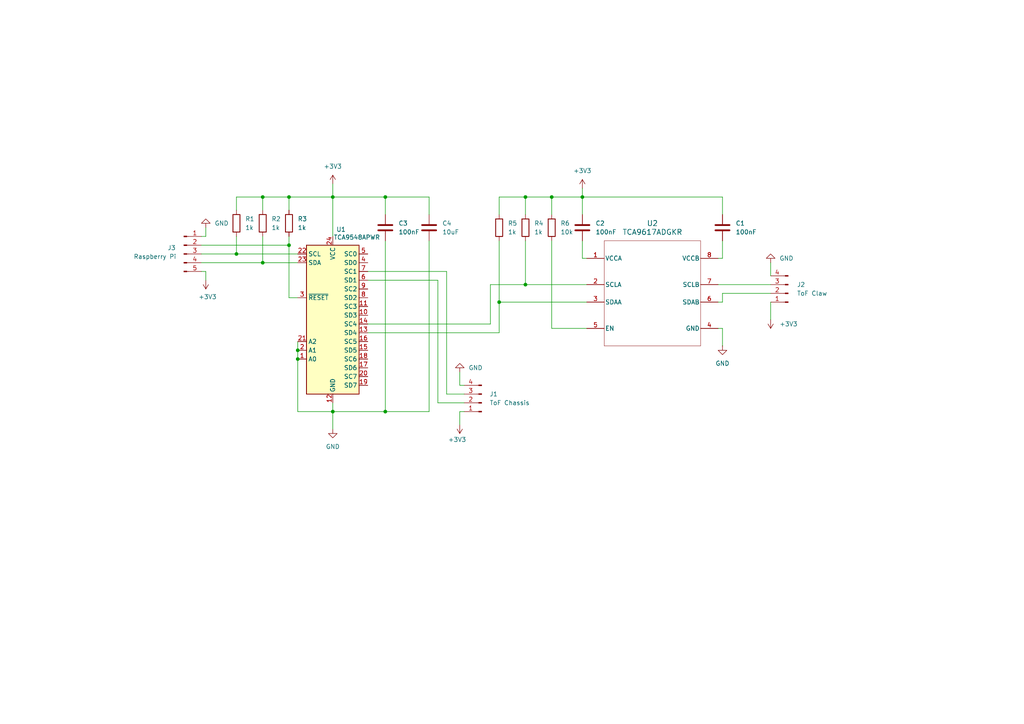
<source format=kicad_sch>
(kicad_sch (version 20250114) (generator "eeschema") (generator_version "9.0")
  (paper "A4")
  (lib_symbols
    (symbol "2025-07-09_06-47-06:TCA9617ADGKR" (pin_names (offset 0.254))
      (property "Reference" "U" (at 0 2.54 0))
      (property "Value" "TCA9617ADGKR" (at 0 0 0))
      (symbol "TCA9617ADGKR_0_1"
        (polyline (pts (xy -12.7 15.24) (xy -12.7 -15.24)) (stroke (width 0.1016)))
        (polyline (pts (xy -12.7 -15.24) (xy 15.24 -15.24)) (stroke (width 0.1016)))
        (polyline (pts (xy 15.24 15.24) (xy -12.7 15.24)) (stroke (width 0.1016)))
        (polyline (pts (xy 15.24 -15.24) (xy 15.24 15.24)) (stroke (width 0.1016)))
        (pin power_in line (at -17.78 10.16 0) (length 5.08) (name "VCCA") (number "1"))
        (pin bidirectional line (at -17.78 2.54 0) (length 5.08) (name "SCLA") (number "2"))
        (pin bidirectional line (at -17.78 -2.54 0) (length 5.08) (name "SDAA") (number "3"))
        (pin input line (at -17.78 -10.16 0) (length 5.08) (name "EN") (number "5"))
        (pin power_in line (at 20.32 10.16 180) (length 5.08) (name "VCCB") (number "8"))
        (pin bidirectional line (at 20.32 2.54 180) (length 5.08) (name "SCLB") (number "7"))
        (pin bidirectional line (at 20.32 -2.54 180) (length 5.08) (name "SDAB") (number "6"))
        (pin power_in line (at 20.32 -10.16 180) (length 5.08) (name "GND") (number "4"))
      )
    )
    (symbol "Connector:Conn_01x04_Pin" (pin_names (offset 1.016) (hide yes))
      (property "Reference" "J" (at 0 5.08 0))
      (property "Value" "Conn_01x04_Pin" (at 0 -7.62 0))
      (symbol "Conn_01x04_Pin_1_1"
        (rectangle (start 0.8636 2.667) (end 0 2.413) (stroke (width 0.1524)) (fill (type outline)))
        (rectangle (start 0.8636 0.127) (end 0 -0.127) (stroke (width 0.1524)) (fill (type outline)))
        (rectangle (start 0.8636 -2.413) (end 0 -2.667) (stroke (width 0.1524)) (fill (type outline)))
        (rectangle (start 0.8636 -4.953) (end 0 -5.207) (stroke (width 0.1524)) (fill (type outline)))
        (polyline (pts (xy 1.27 2.54) (xy 0.8636 2.54)) (stroke (width 0.1524)))
        (polyline (pts (xy 1.27 0) (xy 0.8636 0)) (stroke (width 0.1524)))
        (polyline (pts (xy 1.27 -2.54) (xy 0.8636 -2.54)) (stroke (width 0.1524)))
        (polyline (pts (xy 1.27 -5.08) (xy 0.8636 -5.08)) (stroke (width 0.1524)))
        (pin passive line (at 5.08 2.54 180) (length 3.81) (name "Pin_1") (number "1"))
        (pin passive line (at 5.08 0 180) (length 3.81) (name "Pin_2") (number "2"))
        (pin passive line (at 5.08 -2.54 180) (length 3.81) (name "Pin_3") (number "3"))
        (pin passive line (at 5.08 -5.08 180) (length 3.81) (name "Pin_4") (number "4"))
      )
    )
    (symbol "Connector:Conn_01x05_Pin" (pin_names (offset 1.016) (hide yes))
      (property "Reference" "J" (at 0 7.62 0))
      (property "Value" "Conn_01x05_Pin" (at 0 -7.62 0))
      (symbol "Conn_01x05_Pin_1_1"
        (rectangle (start 0.8636 5.207) (end 0 4.953) (stroke (width 0.1524)) (fill (type outline)))
        (rectangle (start 0.8636 2.667) (end 0 2.413) (stroke (width 0.1524)) (fill (type outline)))
        (rectangle (start 0.8636 0.127) (end 0 -0.127) (stroke (width 0.1524)) (fill (type outline)))
        (rectangle (start 0.8636 -2.413) (end 0 -2.667) (stroke (width 0.1524)) (fill (type outline)))
        (rectangle (start 0.8636 -4.953) (end 0 -5.207) (stroke (width 0.1524)) (fill (type outline)))
        (polyline (pts (xy 1.27 5.08) (xy 0.8636 5.08)) (stroke (width 0.1524)))
        (polyline (pts (xy 1.27 2.54) (xy 0.8636 2.54)) (stroke (width 0.1524)))
        (polyline (pts (xy 1.27 0) (xy 0.8636 0)) (stroke (width 0.1524)))
        (polyline (pts (xy 1.27 -2.54) (xy 0.8636 -2.54)) (stroke (width 0.1524)))
        (polyline (pts (xy 1.27 -5.08) (xy 0.8636 -5.08)) (stroke (width 0.1524)))
        (pin passive line (at 5.08 5.08 180) (length 3.81) (name "Pin_1") (number "1"))
        (pin passive line (at 5.08 2.54 180) (length 3.81) (name "Pin_2") (number "2"))
        (pin passive line (at 5.08 0 180) (length 3.81) (name "Pin_3") (number "3"))
        (pin passive line (at 5.08 -2.54 180) (length 3.81) (name "Pin_4") (number "4"))
        (pin passive line (at 5.08 -5.08 180) (length 3.81) (name "Pin_5") (number "5"))
      )
    )
    (symbol "Device:C" (pin_numbers (hide yes)) (pin_names (offset 0.254))
      (property "Reference" "C" (at 0.635 2.54 0))
      (property "Value" "C" (at 0.635 -2.54 0))
      (symbol "C_0_1"
        (polyline (pts (xy -2.032 0.762) (xy 2.032 0.762)) (stroke (width 0.508)))
        (polyline (pts (xy -2.032 -0.762) (xy 2.032 -0.762)) (stroke (width 0.508)))
      )
      (symbol "C_1_1"
        (pin passive line (at 0 3.81 270) (length 2.794) (name "~") (number "1"))
        (pin passive line (at 0 -3.81 90) (length 2.794) (name "~") (number "2"))
      )
    )
    (symbol "Device:R" (pin_numbers (hide yes)) (pin_names (offset 0))
      (property "Reference" "R" (at 2.032 0 90))
      (property "Value" "R" (at 0 0 90))
      (symbol "R_0_1"
        (rectangle (start -1.016 -2.54) (end 1.016 2.54) (stroke (width 0.254)))
      )
      (symbol "R_1_1"
        (pin passive line (at 0 3.81 270) (length 1.27) (name "~") (number "1"))
        (pin passive line (at 0 -3.81 90) (length 1.27) (name "~") (number "2"))
      )
    )
    (symbol "Interface_Expansion:TCA9548APWR"
      (property "Reference" "U" (at -7.62 21.59 0))
      (property "Value" "TCA9548APWR" (at 1.016 21.59 0))
      (symbol "TCA9548APWR_0_1"
        (rectangle (start -7.62 20.32) (end 7.62 -22.86) (stroke (width 0.254)) (fill (type background)))
      )
      (symbol "TCA9548APWR_1_1"
        (pin input line (at -10.16 17.78 0) (length 2.54) (name "SCL") (number "22"))
        (pin bidirectional line (at -10.16 15.24 0) (length 2.54) (name "SDA") (number "23"))
        (pin input line (at -10.16 5.08 0) (length 2.54) (name "~{RESET}") (number "3"))
        (pin input line (at -10.16 -7.62 0) (length 2.54) (name "A2") (number "21"))
        (pin input line (at -10.16 -10.16 0) (length 2.54) (name "A1") (number "2"))
        (pin input line (at -10.16 -12.7 0) (length 2.54) (name "A0") (number "1"))
        (pin power_in line (at 0 22.86 270) (length 2.54) (name "VCC") (number "24"))
        (pin power_in line (at 0 -25.4 90) (length 2.54) (name "GND") (number "12"))
        (pin output line (at 10.16 17.78 180) (length 2.54) (name "SC0") (number "5"))
        (pin bidirectional line (at 10.16 15.24 180) (length 2.54) (name "SD0") (number "4"))
        (pin output line (at 10.16 12.7 180) (length 2.54) (name "SC1") (number "7"))
        (pin bidirectional line (at 10.16 10.16 180) (length 2.54) (name "SD1") (number "6"))
        (pin output line (at 10.16 7.62 180) (length 2.54) (name "SC2") (number "9"))
        (pin bidirectional line (at 10.16 5.08 180) (length 2.54) (name "SD2") (number "8"))
        (pin output line (at 10.16 2.54 180) (length 2.54) (name "SC3") (number "11"))
        (pin bidirectional line (at 10.16 0 180) (length 2.54) (name "SD3") (number "10"))
        (pin output line (at 10.16 -2.54 180) (length 2.54) (name "SC4") (number "14"))
        (pin bidirectional line (at 10.16 -5.08 180) (length 2.54) (name "SD4") (number "13"))
        (pin output line (at 10.16 -7.62 180) (length 2.54) (name "SC5") (number "16"))
        (pin bidirectional line (at 10.16 -10.16 180) (length 2.54) (name "SD5") (number "15"))
        (pin output line (at 10.16 -12.7 180) (length 2.54) (name "SC6") (number "18"))
        (pin bidirectional line (at 10.16 -15.24 180) (length 2.54) (name "SD6") (number "17"))
        (pin output line (at 10.16 -17.78 180) (length 2.54) (name "SC7") (number "20"))
        (pin bidirectional line (at 10.16 -20.32 180) (length 2.54) (name "SD7") (number "19"))
      )
    )
    (symbol "power:+3V3" (power) (pin_numbers (hide yes)) (pin_names (offset 0) (hide yes))
      (property "Value" "+3V3" (at 0 3.556 0))
      (symbol "+3V3_0_1"
        (polyline (pts (xy -0.762 1.27) (xy 0 2.54)))
        (polyline (pts (xy 0 2.54) (xy 0.762 1.27)))
        (polyline (pts (xy 0 0) (xy 0 2.54)))
      )
      (symbol "+3V3_1_1"
        (pin power_in line (at 0 0 90) (length 0) (name "~") (number "1"))
      )
    )
    (symbol "power:GND" (power) (pin_numbers (hide yes)) (pin_names (offset 0) (hide yes))
      (property "Value" "GND" (at 0 -3.81 0))
      (symbol "GND_0_1"
        (polyline (pts (xy 0 0) (xy 0 -1.27) (xy 1.27 -1.27) (xy 0 -2.54) (xy -1.27 -1.27) (xy 0 -1.27)))
      )
      (symbol "GND_1_1"
        (pin power_in line (at 0 0 270) (length 0) (name "~") (number "1"))
      )
    )
  )
  (junction (at 111.76 57.15))
  (junction (at 168.91 57.15))
  (junction (at 152.4 82.55))
  (junction (at 96.52 57.15))
  (junction (at 96.52 119.38))
  (junction (at 76.2 57.15))
  (junction (at 83.82 71.12))
  (junction (at 86.36 104.14))
  (junction (at 152.4 57.15))
  (junction (at 86.36 101.6))
  (junction (at 76.2 76.2))
  (junction (at 111.76 119.38))
  (junction (at 144.78 87.63))
  (junction (at 83.82 57.15))
  (junction (at 68.58 73.66))
  (junction (at 160.02 57.15))
  (wire (pts (xy 144.78 87.63) (xy 170.18 87.63)))
  (wire (pts (xy 83.82 57.15) (xy 83.82 60.96)))
  (wire (pts (xy 68.58 73.66) (xy 86.36 73.66)))
  (wire (pts (xy 168.91 54.61) (xy 168.91 57.15)))
  (wire (pts (xy 68.58 60.96) (xy 68.58 57.15)))
  (wire (pts (xy 124.46 119.38) (xy 111.76 119.38)))
  (wire (pts (xy 127 81.28) (xy 106.68 81.28)))
  (wire (pts (xy 83.82 71.12) (xy 83.82 86.36)))
  (wire (pts (xy 209.55 87.63) (xy 208.28 87.63)))
  (wire (pts (xy 96.52 119.38) (xy 96.52 124.46)))
  (wire (pts (xy 144.78 69.85) (xy 144.78 87.63)))
  (wire (pts (xy 133.35 107.95) (xy 133.35 111.76)))
  (wire (pts (xy 209.55 87.63) (xy 209.55 85.09)))
  (wire (pts (xy 68.58 68.58) (xy 68.58 73.66)))
  (wire (pts (xy 111.76 57.15) (xy 124.46 57.15)))
  (wire (pts (xy 58.42 68.58) (xy 59.69 68.58)))
  (wire (pts (xy 168.91 62.23) (xy 168.91 57.15)))
  (wire (pts (xy 106.68 93.98) (xy 142.24 93.98)))
  (wire (pts (xy 160.02 95.25) (xy 160.02 69.85)))
  (wire (pts (xy 83.82 68.58) (xy 83.82 71.12)))
  (wire (pts (xy 129.54 78.74) (xy 129.54 114.3)))
  (wire (pts (xy 59.69 78.74) (xy 58.42 78.74)))
  (wire (pts (xy 86.36 101.6) (xy 86.36 104.14)))
  (wire (pts (xy 127 116.84) (xy 134.62 116.84)))
  (wire (pts (xy 59.69 66.04) (xy 59.69 68.58)))
  (wire (pts (xy 58.42 76.2) (xy 76.2 76.2)))
  (wire (pts (xy 168.91 74.93) (xy 170.18 74.93)))
  (wire (pts (xy 96.52 53.34) (xy 96.52 57.15)))
  (wire (pts (xy 144.78 57.15) (xy 152.4 57.15)))
  (wire (pts (xy 142.24 82.55) (xy 152.4 82.55)))
  (wire (pts (xy 170.18 82.55) (xy 152.4 82.55)))
  (wire (pts (xy 58.42 71.12) (xy 83.82 71.12)))
  (wire (pts (xy 208.28 74.93) (xy 209.55 74.93)))
  (wire (pts (xy 168.91 69.85) (xy 168.91 74.93)))
  (wire (pts (xy 129.54 114.3) (xy 134.62 114.3)))
  (wire (pts (xy 111.76 119.38) (xy 96.52 119.38)))
  (wire (pts (xy 59.69 78.74) (xy 59.69 81.28)))
  (wire (pts (xy 76.2 76.2) (xy 86.36 76.2)))
  (wire (pts (xy 111.76 69.85) (xy 111.76 119.38)))
  (wire (pts (xy 68.58 57.15) (xy 76.2 57.15)))
  (wire (pts (xy 96.52 119.38) (xy 86.36 119.38)))
  (wire (pts (xy 223.52 76.2) (xy 223.52 80.01)))
  (wire (pts (xy 152.4 57.15) (xy 152.4 62.23)))
  (wire (pts (xy 209.55 85.09) (xy 223.52 85.09)))
  (wire (pts (xy 86.36 99.06) (xy 86.36 101.6)))
  (wire (pts (xy 168.91 57.15) (xy 209.55 57.15)))
  (wire (pts (xy 209.55 69.85) (xy 209.55 74.93)))
  (wire (pts (xy 208.28 82.55) (xy 223.52 82.55)))
  (wire (pts (xy 124.46 57.15) (xy 124.46 62.23)))
  (wire (pts (xy 209.55 95.25) (xy 208.28 95.25)))
  (wire (pts (xy 76.2 57.15) (xy 76.2 60.96)))
  (wire (pts (xy 96.52 57.15) (xy 96.52 68.58)))
  (wire (pts (xy 124.46 69.85) (xy 124.46 119.38)))
  (wire (pts (xy 134.62 111.76) (xy 133.35 111.76)))
  (wire (pts (xy 160.02 57.15) (xy 168.91 57.15)))
  (wire (pts (xy 144.78 62.23) (xy 144.78 57.15)))
  (wire (pts (xy 142.24 93.98) (xy 142.24 82.55)))
  (wire (pts (xy 111.76 62.23) (xy 111.76 57.15)))
  (wire (pts (xy 209.55 57.15) (xy 209.55 62.23)))
  (wire (pts (xy 160.02 62.23) (xy 160.02 57.15)))
  (wire (pts (xy 96.52 57.15) (xy 83.82 57.15)))
  (wire (pts (xy 170.18 95.25) (xy 160.02 95.25)))
  (wire (pts (xy 76.2 68.58) (xy 76.2 76.2)))
  (wire (pts (xy 86.36 86.36) (xy 83.82 86.36)))
  (wire (pts (xy 152.4 57.15) (xy 160.02 57.15)))
  (wire (pts (xy 96.52 116.84) (xy 96.52 119.38)))
  (wire (pts (xy 86.36 104.14) (xy 86.36 119.38)))
  (wire (pts (xy 133.35 119.38) (xy 134.62 119.38)))
  (wire (pts (xy 127 81.28) (xy 127 116.84)))
  (wire (pts (xy 106.68 78.74) (xy 129.54 78.74)))
  (wire (pts (xy 76.2 57.15) (xy 83.82 57.15)))
  (wire (pts (xy 58.42 73.66) (xy 68.58 73.66)))
  (wire (pts (xy 106.68 96.52) (xy 144.78 96.52)))
  (wire (pts (xy 144.78 96.52) (xy 144.78 87.63)))
  (wire (pts (xy 152.4 69.85) (xy 152.4 82.55)))
  (wire (pts (xy 223.52 87.63) (xy 223.52 92.71)))
  (wire (pts (xy 133.35 119.38) (xy 133.35 123.19)))
  (wire (pts (xy 111.76 57.15) (xy 96.52 57.15)))
  (wire (pts (xy 209.55 95.25) (xy 209.55 100.33)))
  (symbol (lib_id "Device:R") (at 144.78 66.04 180) (unit 1)
    (property "Reference" "R5" (at 147.32 64.7699 0) (effects (justify right)))
    (property "Value" "1k" (at 147.32 67.3099 0) (effects (justify right)))
    (property "Footprint" "Resistor_THT:R_Axial_DIN0309_L9.0mm_D3.2mm_P12.70mm_Horizontal" (effects (hide yes)))
    (property "Description" "Resistor" (effects (hide yes)))
  )
  (symbol (lib_id "power:+3V3") (at 223.52 92.71 180) (unit 1)
    (property "Reference" "#PWR010" (effects (hide yes)))
    (property "Value" "+3V3" (at 226.06 93.9799 0) (effects (justify right)))
    (property "Description" "Power symbol creates a global label with name \"+3V3\"" (effects (hide yes)))
  )
  (symbol (lib_id "power:+3V3") (at 59.69 81.28 180) (unit 1)
    (property "Reference" "#PWR01" (effects (hide yes)))
    (property "Value" "+3V3" (at 60.198 86.106 0))
    (property "Description" "Power symbol creates a global label with name \"+3V3\"" (effects (hide yes)))
  )
  (symbol (lib_id "power:GND") (at 223.52 76.2 180) (unit 1)
    (property "Reference" "#PWR09" (effects (hide yes)))
    (property "Value" "GND" (at 226.06 74.9299 0) (effects (justify right)))
    (property "Description" "Power symbol creates a global label with name \"GND\" , ground" (effects (hide yes)))
  )
  (symbol (lib_id "power:+3V3") (at 168.91 54.61 0) (unit 1)
    (property "Reference" "#PWR04" (effects (hide yes)))
    (property "Value" "+3V3" (at 168.91 49.53 0))
    (property "Description" "Power symbol creates a global label with name \"+3V3\"" (effects (hide yes)))
  )
  (symbol (lib_id "power:GND") (at 209.55 100.33 0) (unit 1)
    (property "Reference" "#PWR06" (effects (hide yes)))
    (property "Value" "GND" (at 209.55 105.41 0))
    (property "Description" "Power symbol creates a global label with name \"GND\" , ground" (effects (hide yes)))
  )
  (symbol (lib_id "power:+3V3") (at 133.35 123.19 180) (unit 1)
    (property "Reference" "#PWR02" (effects (hide yes)))
    (property "Value" "+3V3" (at 132.588 127.508 0))
    (property "Description" "Power symbol creates a global label with name \"+3V3\"" (effects (hide yes)))
  )
  (symbol (lib_id "power:GND") (at 96.52 124.46 0) (unit 1)
    (property "Reference" "#PWR07" (effects (hide yes)))
    (property "Value" "GND" (at 96.52 129.54 0))
    (property "Description" "Power symbol creates a global label with name \"GND\" , ground" (effects (hide yes)))
  )
  (symbol (lib_id "Device:C") (at 111.76 66.04 0) (unit 1)
    (property "Reference" "C3" (at 115.57 64.7699 0) (effects (justify left)))
    (property "Value" "100nF" (at 115.57 67.3099 0) (effects (justify left)))
    (property "Footprint" "Capacitor_THT:C_Disc_D3.0mm_W1.6mm_P2.50mm" (effects (hide yes)))
    (property "Description" "Unpolarized capacitor" (effects (hide yes)))
  )
  (symbol (lib_id "Connector:Conn_01x04_Pin") (at 139.7 116.84 180) (unit 1)
    (property "Reference" "J1" (at 141.986 114.3 0) (effects (justify right)))
    (property "Value" "ToF Chassis" (at 141.986 116.84 0) (effects (justify right)))
    (property "Footprint" "Connector_JST:JST_EH_B4B-EH-A_1x04_P2.50mm_Vertical" (effects (hide yes)))
    (property "Description" "Generic connector, single row, 01x04, script generated" (effects (hide yes)))
  )
  (symbol (lib_id "Connector:Conn_01x05_Pin") (at 53.34 73.66 0) (unit 1)
    (property "Reference" "J3" (at 49.784 71.882 0))
    (property "Value" "Raspberry Pi" (at 44.958 74.422 0))
    (property "Footprint" "Connector_JST:JST_PH_B5B-PH-K_1x05_P2.00mm_Vertical" (effects (hide yes)))
    (property "Description" "Generic connector, single row, 01x05, script generated" (effects (hide yes)))
  )
  (symbol (lib_id "power:GND") (at 59.69 66.04 180) (unit 1)
    (property "Reference" "#PWR08" (effects (hide yes)))
    (property "Value" "GND" (at 62.23 64.7699 0) (effects (justify right)))
    (property "Description" "Power symbol creates a global label with name \"GND\" , ground" (effects (hide yes)))
  )
  (symbol (lib_id "Device:C") (at 168.91 66.04 0) (unit 1)
    (property "Reference" "C2" (at 172.72 64.7699 0) (effects (justify left)))
    (property "Value" "100nF" (at 172.72 67.3099 0) (effects (justify left)))
    (property "Footprint" "Capacitor_THT:C_Disc_D3.0mm_W1.6mm_P2.50mm" (effects (hide yes)))
    (property "Description" "Unpolarized capacitor" (effects (hide yes)))
  )
  (symbol (lib_id "Device:R") (at 68.58 64.77 0) (unit 1)
    (property "Reference" "R1" (at 71.12 63.4999 0) (effects (justify left)))
    (property "Value" "1k" (at 71.12 66.0399 0) (effects (justify left)))
    (property "Footprint" "Resistor_THT:R_Axial_DIN0309_L9.0mm_D3.2mm_P12.70mm_Horizontal" (effects (hide yes)))
    (property "Description" "Resistor" (effects (hide yes)))
  )
  (symbol (lib_id "Device:R") (at 83.82 64.77 0) (unit 1)
    (property "Reference" "R3" (at 86.36 63.4999 0) (effects (justify left)))
    (property "Value" "1k" (at 86.36 66.0399 0) (effects (justify left)))
    (property "Footprint" "Resistor_THT:R_Axial_DIN0309_L9.0mm_D3.2mm_P12.70mm_Horizontal" (effects (hide yes)))
    (property "Description" "Resistor" (effects (hide yes)))
  )
  (symbol (lib_id "Device:R") (at 160.02 66.04 180) (unit 1)
    (property "Reference" "R6" (at 162.56 64.7699 0) (effects (justify right)))
    (property "Value" "10k" (at 162.56 67.3099 0) (effects (justify right)))
    (property "Footprint" "Resistor_THT:R_Axial_DIN0309_L9.0mm_D3.2mm_P12.70mm_Horizontal" (effects (hide yes)))
    (property "Description" "Resistor" (effects (hide yes)))
  )
  (symbol (lib_id "Interface_Expansion:TCA9548APWR") (at 96.52 91.44 0) (unit 1)
    (property "Reference" "U1" (at 97.536 66.548 0) (effects (justify left)))
    (property "Value" "TCA9548APWR" (at 96.774 68.834 0) (effects (justify left)))
    (property "Footprint" "Package_SO:TSSOP-24_4.4x7.8mm_P0.65mm" (effects (hide yes)))
    (property "Datasheet" "http://www.ti.com/lit/ds/symlink/tca9548a.pdf" (effects (hide yes)))
    (property "Description" "Low voltage 8-channel I2C switch with reset, TSSOP-24" (effects (hide yes)))
  )
  (symbol (lib_id "power:+3V3") (at 96.52 53.34 0) (unit 1)
    (property "Reference" "#PWR03" (effects (hide yes)))
    (property "Value" "+3V3" (at 96.52 48.26 0))
    (property "Description" "Power symbol creates a global label with name \"+3V3\"" (effects (hide yes)))
  )
  (symbol (lib_id "Device:R") (at 76.2 64.77 0) (unit 1)
    (property "Reference" "R2" (at 78.74 63.4999 0) (effects (justify left)))
    (property "Value" "1k" (at 78.74 66.0399 0) (effects (justify left)))
    (property "Footprint" "Resistor_THT:R_Axial_DIN0309_L9.0mm_D3.2mm_P12.70mm_Horizontal" (effects (hide yes)))
    (property "Description" "Resistor" (effects (hide yes)))
  )
  (symbol (lib_id "Device:C") (at 124.46 66.04 0) (unit 1)
    (property "Reference" "C4" (at 128.27 64.7699 0) (effects (justify left)))
    (property "Value" "10uF" (at 128.27 67.3099 0) (effects (justify left)))
    (property "Footprint" "Capacitor_THT:C_Disc_D3.0mm_W1.6mm_P2.50mm" (effects (hide yes)))
    (property "Description" "Unpolarized capacitor" (effects (hide yes)))
  )
  (symbol (lib_id "Connector:Conn_01x04_Pin") (at 228.6 85.09 180) (unit 1)
    (property "Reference" "J2" (at 231.14 82.55 0) (effects (justify right)))
    (property "Value" "ToF Claw" (at 231.14 85.09 0) (effects (justify right)))
    (property "Footprint" "Connector_JST:JST_EH_B4B-EH-A_1x04_P2.50mm_Vertical" (effects (hide yes)))
    (property "Description" "Generic connector, single row, 01x04, script generated" (effects (hide yes)))
  )
  (symbol (lib_id "Device:C") (at 209.55 66.04 0) (unit 1)
    (property "Reference" "C1" (at 213.36 64.7699 0) (effects (justify left)))
    (property "Value" "100nF" (at 213.36 67.3099 0) (effects (justify left)))
    (property "Footprint" "Capacitor_THT:C_Disc_D3.0mm_W1.6mm_P2.50mm" (effects (hide yes)))
    (property "Description" "Unpolarized capacitor" (effects (hide yes)))
  )
  (symbol (lib_id "power:GND") (at 133.35 107.95 180) (unit 1)
    (property "Reference" "#PWR05" (effects (hide yes)))
    (property "Value" "GND" (at 135.89 106.6799 0) (effects (justify right)))
    (property "Description" "Power symbol creates a global label with name \"GND\" , ground" (effects (hide yes)))
  )
  (symbol (lib_id "Device:R") (at 152.4 66.04 180) (unit 1)
    (property "Reference" "R4" (at 154.94 64.7699 0) (effects (justify right)))
    (property "Value" "1k" (at 154.94 67.3099 0) (effects (justify right)))
    (property "Footprint" "Resistor_THT:R_Axial_DIN0309_L9.0mm_D3.2mm_P12.70mm_Horizontal" (effects (hide yes)))
    (property "Description" "Resistor" (effects (hide yes)))
  )
  (symbol (lib_id "2025-07-09_06-47-06:TCA9617ADGKR") (at 187.96 85.09 0) (unit 1)
    (property "Reference" "U2" (at 189.23 64.77 0) (effects (font (size 1.524 1.524))))
    (property "Value" "TCA9617ADGKR" (at 189.23 67.31 0) (effects (font (size 1.524 1.524))))
    (property "Footprint" "Library:DGK0008A" (effects (hide yes)))
    (property "Datasheet" "https://www.ti.com/lit/gpn/tca9617a" (effects (hide yes)))
  )
)
</source>
